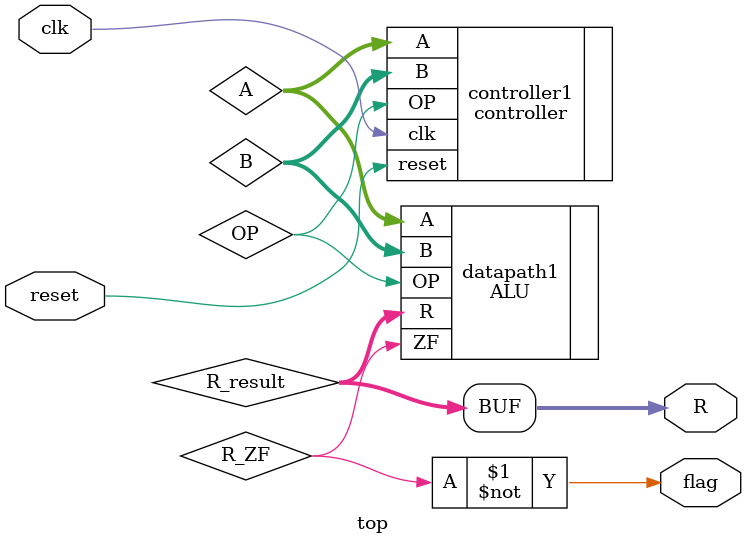
<source format=v>
module top
(
    input wire clk, reset,
    output wire [4:0] R,
    output wire flag
);

wire [4:0] A,B;
wire OP;
wire [4:0] R_result;
wire R_ZF;

controller controller1 (
    .clk(clk),
    .reset(reset),
    .A(A),
    .B(B),
    .OP(OP)
);

ALU datapath1 (
    .A(A),
    .B(B),
    .OP(OP),
    .R(R_result),
    .ZF(R_ZF)
);

assign R = R_result;
assign flag = ~R_ZF;

endmodule
</source>
